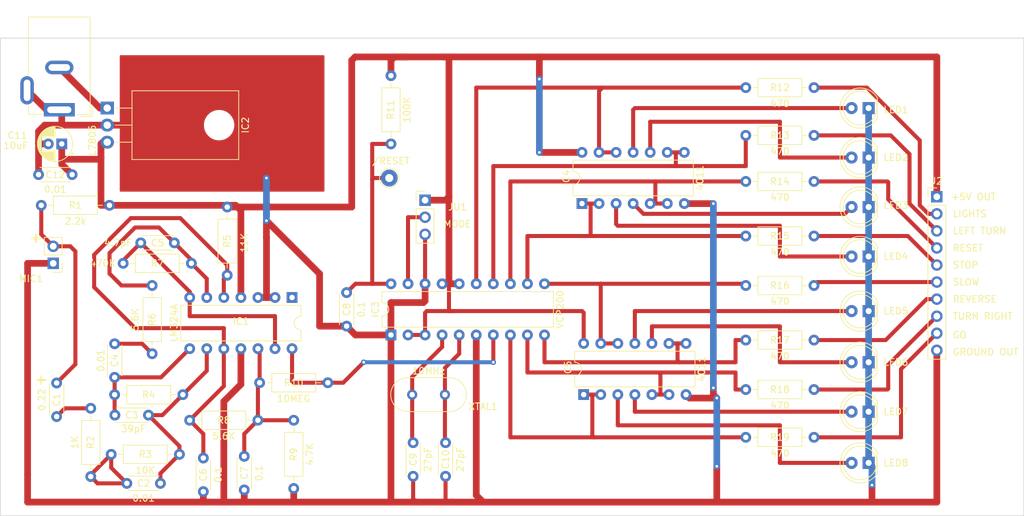
<source format=kicad_pcb>
(kicad_pcb (version 20211014) (generator pcbnew)
  (layers (0 "F.Cu" signal) (31 "B.Cu" signal) (34 "B.Paste" user) (35 "F.Paste" user) (36 "B.SilkS" user "B.Silkscreen") (37 "F.SilkS" user "F.Silkscreen") (38 "B.Mask" user) (39 "F.Mask" user) (44 "Edge.Cuts" user))
  (net 0 "")
  (net 1 "Net-(MIC1-Pad2)")
  (net 2 "Net-(C1-Pad2)")
  (net 3 "Net-(R2-Pad2)")
  (net 4 "Net-(IC1-Pad9)")
  (net 5 "Net-(IC1-Pad8)")
  (net 6 "Net-(C4-Pad2)")
  (net 7 "Net-(IC1-Pad6)")
  (net 8 "Net-(IC1-Pad7)")
  (net 9 "GND")
  (net 10 "Net-(IC1-Pad10)")
  (net 11 "Net-(IC1-Pad12)")
  (net 12 "Net-(C9-Pad2)")
  (net 13 "Net-(C10-Pad2)")
  (net 14 "+5V")
  (net 16 "Net-(IC3-Pad7)")
  (net 17 "/9-12VDC IN")
  (net 18 "Net-(IC4-Pad12)")
  (net 19 "Net-(IC5-Pad1)")
  (net 20 "Net-(IC5-Pad5)")
  (net 21 "Net-(IC5-Pad8)")
  (net 22 "Net-(IC5-Pad12)")
  (net 23 "Net-(IC4-Pad1)")
  (net 24 "Net-(IC4-Pad5)")
  (net 25 "Net-(IC3-Pad19)")
  (net 26 "Net-(IC4-Pad8)")
  (net 27 "/GO{slash}ON-NO")
  (net 28 "/TURN RIGHT{slash}YES-OFF")
  (net 29 "/REVERSE{slash}NOT SURE")
  (net 30 "/SLOW")
  (net 31 "/STOP")
  (net 32 "/TAXI")
  (net 33 "/LEFT TURN")
  (net 34 "/BUCKETS")
  (net 35 "/RESET")
  (net 36 "Net-(IC4-Pad3)")
  (net 37 "Net-(IC4-Pad10)")
  (net 38 "Net-(IC4-Pad4)")
  (net 39 "Net-(IC4-Pad11)")
  (net 40 "Net-(LED8-Pad2)")
  (net 41 "Net-(LED6-Pad2)")
  (net 42 "Net-(LED7-Pad2)")
  (net 43 "Net-(LED5-Pad2)")
  (footprint "Capacitor_THT:C_Disc_D4.3mm_W1.9mm_P5.00mm" (layer "F.Cu") (at 112.522 107.228 -90)
    (fp_text reference "C1")
    (fp_text value "0.22")
  )
  (footprint "Capacitor_THT:C_Disc_D4.3mm_W1.9mm_P5.00mm" (layer "F.Cu") (at 130.048 86.36 180)
    (fp_text reference "C5")
    (fp_text value "4.7pF")
  )
  (footprint "Connector_BarrelJack:BarrelJack_GCT_DCJ200-10-A_Horizontal" (layer "F.Cu") (at 112.918 66.548 180)
    (fp_text reference "J1" hide)
    (fp_text value "Input Power")
  )
  (footprint "LED_THT:LED_D5.0mm" (layer "F.Cu") (at 233.426 111.506 180)
    (fp_text reference "LED7")
    (fp_text value "LED")
  )
  (footprint "Connector_PinHeader_2.54mm:PinHeader_1x02_P2.54mm_Vertical" (layer "F.Cu") (at 112.014 89.413 180)
    (fp_text reference "MIC1")
    (fp_text value "Microphone")
  )
  (footprint "LED_THT:LED_D5.0mm" (layer "F.Cu") (at 233.431 104.14 180)
    (fp_text reference "LED6")
    (fp_text value "LED")
  )
  (footprint "Capacitor_THT:C_Disc_D4.3mm_W1.9mm_P5.00mm" (layer "F.Cu") (at 134.366 123.404 90)
    (fp_text reference "C6")
    (fp_text value "0.1")
  )
  (footprint "Capacitor_THT:C_Disc_D4.3mm_W1.9mm_P5.00mm" (layer "F.Cu") (at 126.198 112.014 180)
    (fp_text reference "C3")
    (fp_text value "39pF")
  )
  (footprint "Resistor_THT:R_Axial_DIN0207_L6.3mm_D2.5mm_P10.16mm_Horizontal" (layer "F.Cu") (at 215.138 63.246)
    (fp_text reference "R12")
    (fp_text value "470")
  )
  (footprint "TestPoint:TestPoint_THTPad_D2.5mm_Drill1.2mm" (layer "F.Cu") (at 162.052 76.708)
    (fp_text reference "/RESET")
    (fp_text value "TestPoint_THTPad_D2.5mm_Drill1.2mm" hide)
  )
  (footprint "Resistor_THT:R_Axial_DIN0207_L6.3mm_D2.5mm_P10.16mm_Horizontal" (layer "F.Cu") (at 126.746 102.87 90)
    (fp_text reference "R6")
    (fp_text value "5.6K")
  )
  (footprint "Resistor_THT:R_Axial_DIN0207_L6.3mm_D2.5mm_P10.16mm_Horizontal" (layer "F.Cu") (at 215.138 77.216)
    (fp_text reference "R14")
    (fp_text value "470")
  )
  (footprint "Resistor_THT:R_Axial_DIN0207_L6.3mm_D2.5mm_P10.16mm_Horizontal" (layer "F.Cu") (at 110.236 80.772)
    (fp_text reference "R1")
    (fp_text value "2.2k")
  )
  (footprint "Capacitor_THT:C_Disc_D4.3mm_W1.9mm_P5.00mm" (layer "F.Cu") (at 170.434 121.118 90)
    (fp_text reference "C10")
    (fp_text value "27pF")
  )
  (footprint "Resistor_THT:R_Axial_DIN0207_L6.3mm_D2.5mm_P10.16mm_Horizontal" (layer "F.Cu") (at 137.922 91.186 90)
    (fp_text reference "R5")
    (fp_text value "11K")
  )
  (footprint "Connector_PinHeader_2.54mm:PinHeader_1x03_P2.54mm_Vertical" (layer "F.Cu") (at 167.386 80.01)
    (fp_text reference "JU1")
    (fp_text value "MODE")
  )
  (footprint "LED_THT:LED_D5.0mm" (layer "F.Cu") (at 233.431 119.126 180)
    (fp_text reference "LED8")
    (fp_text value "LED")
  )
  (footprint "Resistor_THT:R_Axial_DIN0207_L6.3mm_D2.5mm_P10.16mm_Horizontal" (layer "F.Cu") (at 215.138 100.838)
    (fp_text reference "R17")
    (fp_text value "470")
  )
  (footprint "Resistor_THT:R_Axial_DIN0207_L6.3mm_D2.5mm_P10.16mm_Horizontal" (layer "F.Cu") (at 142.748 107.188)
    (fp_text reference "R10")
    (fp_text value "10MEG")
  )
  (footprint "Resistor_THT:R_Axial_DIN0207_L6.3mm_D2.5mm_P10.16mm_Horizontal" (layer "F.Cu") (at 120.65 117.856)
    (fp_text reference "R3")
    (fp_text value "10K")
  )
  (footprint "Connector_PinHeader_2.54mm:PinHeader_1x10_P2.54mm_Vertical" (layer "F.Cu") (at 243.586 79.502)
    (fp_text reference "J2")
    (fp_text value "Output")
  )
  (footprint "Package_TO_SOT_THT:TO-220-3_Horizontal_TabDown" (layer "F.Cu") (at 120.056 66.294 -90)
    (fp_text reference "IC2")
    (fp_text value "L7805")
  )
  (footprint "LED_THT:LED_D5.0mm" (layer "F.Cu") (at 233.431 96.52 180)
    (fp_text reference "LED5")
    (fp_text value "LED")
  )
  (footprint "LED_THT:LED_D5.0mm" (layer "F.Cu") (at 233.431 81.026 180)
    (fp_text reference "LED3")
    (fp_text value "LED")
  )
  (footprint "Package_DIP:DIP-14_W7.62mm" (layer "F.Cu") (at 191.003 108.956 90)
    (fp_text reference "IC5")
    (fp_text value "4011")
  )
  (footprint "Resistor_THT:R_Axial_DIN0207_L6.3mm_D2.5mm_P10.16mm_Horizontal" (layer "F.Cu") (at 215.138 85.344)
    (fp_text reference "R15")
    (fp_text value "470")
  )
  (footprint "Crystal:Crystal_HC49-U_Vertical" (layer "F.Cu") (at 170.344 108.966 180)
    (fp_text reference "XTAL1")
    (fp_text value "10MHz")
  )
  (footprint "LED_THT:LED_D5.0mm" (layer "F.Cu") (at 233.431 88.392 180)
    (fp_text reference "LED4")
    (fp_text value "LED")
  )
  (footprint "LED_THT:LED_D5.0mm" (layer "F.Cu") (at 233.431 66.294 180)
    (fp_text reference "LED1")
    (fp_text value "LED")
  )
  (footprint "Capacitor_THT:CP_Radial_D5.0mm_P2.00mm" (layer "F.Cu") (at 113.284 71.628 180)
    (fp_text reference "C11")
    (fp_text value "10uF")
  )
  (footprint "Resistor_THT:R_Axial_DIN0207_L6.3mm_D2.5mm_P10.16mm_Horizontal" (layer "F.Cu") (at 215.138 92.71)
    (fp_text reference "R16")
    (fp_text value "470")
  )
  (footprint "Resistor_THT:R_Axial_DIN0207_L6.3mm_D2.5mm_P10.16mm_Horizontal" (layer "F.Cu") (at 132.588 89.408 180)
    (fp_text reference "R7")
    (fp_text value "470K")
  )
  (footprint "Resistor_THT:R_Axial_DIN0207_L6.3mm_D2.5mm_P10.16mm_Horizontal" (layer "F.Cu") (at 215.138 70.358)
    (fp_text reference "R13")
    (fp_text value "470")
  )
  (footprint "Package_DIP:DIP-20_W7.62mm" (layer "F.Cu") (at 162.306 100.076 90)
    (fp_text reference "IC3")
    (fp_text value "VCP200")
  )
  (footprint "Capacitor_THT:C_Disc_D4.3mm_W1.9mm_P5.00mm" (layer "F.Cu") (at 109.828887 76.2)
    (fp_text reference "C12")
    (fp_text value "0.01")
  )
  (footprint "Package_DIP:DIP-14_W7.62mm" (layer "F.Cu") (at 190.749 80.508 90)
    (fp_text reference "IC4")
    (fp_text value "4011")
  )
  (footprint "Package_DIP:DIP-14_W7.62mm" (layer "F.Cu") (at 147.579 94.498 -90)
    (fp_text reference "IC1")
    (fp_text value "LM324A")
  )
  (footprint "LED_THT:LED_D5.0mm" (layer "F.Cu") (at 233.431 73.66 180)
    (fp_text reference "LED2")
    (fp_text value "LED")
  )
  (footprint "Resistor_THT:R_Axial_DIN0207_L6.3mm_D2.5mm_P10.16mm_Horizontal" (layer "F.Cu") (at 215.138 115.316)
    (fp_text reference "R19")
    (fp_text value "470")
  )
  (footprint "Resistor_THT:R_Axial_DIN0207_L6.3mm_D2.5mm_P10.16mm_Horizontal" (layer "F.Cu") (at 162.306 71.628 90)
    (fp_text reference "R11")
    (fp_text value "100K")
  )
  (footprint "Resistor_THT:R_Axial_DIN0207_L6.3mm_D2.5mm_P10.16mm_Horizontal" (layer "F.Cu") (at 131.318 108.966 180)
    (fp_text reference "R4")
    (fp_text value "470K")
  )
  (footprint "Capacitor_THT:C_Disc_D4.3mm_W1.9mm_P5.00mm" (layer "F.Cu") (at 140.462 123.15 90)
    (fp_text reference "C7")
    (fp_text value "0.1")
  )
  (footprint "Resistor_THT:R_Axial_DIN0207_L6.3mm_D2.5mm_P10.16mm_Horizontal" (layer "F.Cu") (at 132.334 112.776)
    (fp_text reference "R8")
    (fp_text value "5.6K")
  )
  (footprint "Resistor_THT:R_Axial_DIN0207_L6.3mm_D2.5mm_P10.16mm_Horizontal" (layer "F.Cu") (at 147.828 122.936 90)
    (fp_text reference "R9")
    (fp_text value "4.7K")
  )
  (footprint "Capacitor_THT:C_Disc_D4.3mm_W1.9mm_P5.00mm" (layer "F.Cu") (at 165.608 121.118 90)
    (fp_text reference "C9")
    (fp_text value "27pF")
  )
  (footprint "Capacitor_THT:C_Disc_D4.3mm_W1.9mm_P5.00mm" (layer "F.Cu") (at 121.158 106.386 90)
    (fp_text reference "C4")
    (fp_text value "0.01")
  )
  (footprint "Capacitor_THT:C_Disc_D4.3mm_W1.9mm_P5.00mm" (layer "F.Cu") (at 122.976 122.174)
    (fp_text reference "C2")
    (fp_text value "0.01")
  )
  (footprint "Resistor_THT:R_Axial_DIN0207_L6.3mm_D2.5mm_P10.16mm_Horizontal" (layer "F.Cu") (at 215.138 108.204)
    (fp_text reference "R18")
    (fp_text value "470")
  )
  (footprint "Resistor_THT:R_Axial_DIN0207_L6.3mm_D2.5mm_P10.16mm_Horizontal" (layer "F.Cu") (at 117.602 110.998 -90)
    (fp_text reference "R2")
    (fp_text value "1K")
  )
  (footprint "Capacitor_THT:C_Disc_D4.3mm_W1.9mm_P5.00mm" (layer "F.Cu") (at 155.702 98.766 90)
    (fp_text reference "C8")
    (fp_text value "0.1")
  )
  (gr_rect (start 256.54 55.88) (end 104.14 127) (layer "Edge.Cuts") (width 0.1) (fill none))
  (gr_text "SLOW" (at 245.872 92.202) (layer "F.SilkS") (effects (font (size 1 1)) (justify left)))
  (gr_text "RESET" (at 245.872 87.122) (layer "F.SilkS") (effects (font (size 1 1)) (justify left)))
  (gr_text "+5V OUT" (at 245.618 79.502) (layer "F.SilkS") (effects (font (size 1 1)) (justify left)))
  (gr_text "STOP" (at 245.872 89.662) (layer "F.SilkS") (effects (font (size 1 1)) (justify left)))
  (gr_text "GROUND OUT" (at 245.872 102.616) (layer "F.SilkS") (effects (font (size 1 1)) (justify left)))
  (gr_text "GO" (at 245.872 100.076) (layer "F.SilkS") (effects (font (size 1 1)) (justify left)))
  (gr_text "LEFT TURN" (at 245.872 84.582) (layer "F.SilkS") (effects (font (size 1 1)) (justify left)))
  (gr_text "TURN RIGHT" (at 245.872 97.282) (layer "F.SilkS") (effects (font (size 1 1)) (justify left)))
  (gr_text "REVERSE" (at 245.872 94.742) (layer "F.SilkS") (effects (font (size 1 1)) (justify left)))
  (gr_text "+" (at 110.236 106.68) (layer "F.SilkS") (effects (font (size 1.5 1.5) (thickness 0.3))))
  (gr_text "LIGHTS" (at 245.872 82.042) (layer "F.SilkS") (effects (font (size 1 1)) (justify left)))
  (gr_text "+" (at 109.474 85.598) (layer "F.SilkS") (effects (font (size 1.5 1.5) (thickness 0.3))))
  (segment (start 110.236 85.095) (end 112.014 86.873) (width 0.6) (layer "F.Cu") (net 1))
  (segment (start 114.559 86.873) (end 115.316 87.63) (width 0.6) (layer "F.Cu") (net 1))
  (segment (start 115.316 104.434) (end 112.522 107.228) (width 0.6) (layer "F.Cu") (net 1))
  (segment (start 112.014 86.873) (end 114.559 86.873) (width 0.6) (layer "F.Cu") (net 1))
  (segment (start 115.316 87.63) (end 115.316 104.434) (width 0.6) (layer "F.Cu") (net 1))
  (segment (start 110.236 80.772) (end 110.236 85.095) (width 0.6) (layer "F.Cu") (net 1))
  (segment (start 117.602 110.998) (end 113.752 110.998) (width 0.6) (layer "F.Cu") (net 2))
  (segment (start 113.752 110.998) (end 112.522 112.228) (width 0.6) (layer "F.Cu") (net 2))
  (segment (start 120.65 117.856) (end 120.65 119.848) (width 0.6) (layer "F.Cu") (net 3))
  (segment (start 118.618 122.174) (end 117.602 121.158) (width 0.6) (layer "F.Cu") (net 3))
  (segment (start 120.65 119.848) (end 122.976 122.174) (width 0.6) (layer "F.Cu") (net 3))
  (segment (start 117.602 120.904) (end 120.65 117.856) (width 0.6) (layer "F.Cu") (net 3))
  (segment (start 122.976 122.174) (end 118.618 122.174) (width 0.6) (layer "F.Cu") (net 3))
  (segment (start 117.602 121.158) (end 117.602 120.904) (width 0.6) (layer "F.Cu") (net 3))
  (segment (start 127.976 120.69) (end 130.81 117.856) (width 0.6) (layer "F.Cu") (net 4))
  (segment (start 134.879 105.405) (end 131.318 108.966) (width 0.6) (layer "F.Cu") (net 4))
  (segment (start 130.81 116.626) (end 126.198 112.014) (width 0.6) (layer "F.Cu") (net 4))
  (segment (start 134.879 102.118) (end 134.879 105.405) (width 0.6) (layer "F.Cu") (net 4))
  (segment (start 130.81 117.856) (end 130.81 116.626) (width 0.6) (layer "F.Cu") (net 4))
  (segment (start 127.976 122.174) (end 127.976 120.69) (width 0.6) (layer "F.Cu") (net 4))
  (segment (start 128.27 112.014) (end 131.318 108.966) (width 0.6) (layer "F.Cu") (net 4))
  (segment (start 126.198 112.014) (end 128.27 112.014) (width 0.6) (layer "F.Cu") (net 4))
  (segment (start 121.158 111.974) (end 121.198 112.014) (width 0.6) (layer "F.Cu") (net 5))
  (segment (start 128.071 106.386) (end 132.339 102.118) (width 0.6) (layer "F.Cu") (net 5))
  (segment (start 121.158 106.386) (end 128.071 106.386) (width 0.6) (layer "F.Cu") (net 5))
  (segment (start 121.158 106.386) (end 121.158 108.966) (width 0.6) (layer "F.Cu") (net 5))
  (segment (start 121.158 108.966) (end 121.158 111.974) (width 0.6) (layer "F.Cu") (net 5))
  (segment (start 121.158 101.386) (end 125.262 101.386) (width 0.6) (layer "F.Cu") (net 6))
  (segment (start 125.262 101.386) (end 126.746 102.87) (width 0.6) (layer "F.Cu") (net 6))
  (segment (start 126.746 92.71) (end 122.174 92.71) (width 0.6) (layer "F.Cu") (net 7))
  (segment (start 134.879 94.498) (end 134.879 91.699) (width 0.6) (layer "F.Cu") (net 7))
  (segment (start 127.762 84.074) (end 130.048 86.36) (width 0.6) (layer "F.Cu") (net 7))
  (segment (start 134.879 91.699) (end 132.588 89.408) (width 0.6) (layer "F.Cu") (net 7))
  (segment (start 122.174 92.71) (end 120.396 90.932) (width 0.6) (layer "F.Cu") (net 7))
  (segment (start 132.588 88.9) (end 130.048 86.36) (width 0.6) (layer "F.Cu") (net 7))
  (segment (start 124.206 84.074) (end 127.762 84.074) (width 0.6) (layer "F.Cu") (net 7))
  (segment (start 132.588 89.408) (end 132.588 88.9) (width 0.6) (layer "F.Cu") (net 7))
  (segment (start 120.396 90.932) (end 120.396 87.884) (width 0.6) (layer "F.Cu") (net 7))
  (segment (start 120.396 87.884) (end 124.206 84.074) (width 0.6) (layer "F.Cu") (net 7))
  (segment (start 145.039 97.287) (end 145.039 102.118) (width 0.6) (layer "F.Cu") (net 8))
  (segment (start 125.048 86.36) (end 132.339 93.651) (width 0.6) (layer "F.Cu") (net 8))
  (segment (start 122.428 89.408) (end 122.428 88.98) (width 0.6) (layer "F.Cu") (net 8))
  (segment (start 122.428 88.98) (end 125.048 86.36) (width 0.6) (layer "F.Cu") (net 8))
  (segment (start 132.339 93.651) (end 132.339 94.498) (width 0.6) (layer "F.Cu") (net 8))
  (segment (start 132.339 97.277) (end 145.029 97.277) (width 0.6) (layer "F.Cu") (net 8))
  (segment (start 145.029 97.277) (end 145.039 97.287) (width 0.6) (layer "F.Cu") (net 8))
  (segment (start 132.339 94.498) (end 132.339 97.277) (width 0.6) (layer "F.Cu") (net 8))
  (segment (start 157.012 100.076) (end 155.702 98.766) (width 1) (layer "F.Cu") (net 9))
  (segment (start 162.306 100.076) (end 162.306 95.25) (width 1) (layer "F.Cu") (net 9))
  (segment (start 151.678 90.972) (end 151.678 98.766) (width 1) (layer "F.Cu") (net 9))
  (segment (start 210.82 109.474) (end 206.761 109.474) (width 1) (layer "F.Cu") (net 9))
  (segment (start 165.608 124.46) (end 166.111 124.963) (width 0.6) (layer "F.Cu") (net 9))
  (segment (start 162.306 124.714) (end 162.057 124.963) (width 1) (layer "F.Cu") (net 9))
  (segment (start 112.918 66.548) (end 111.018 66.548) (width 1) (layer "F.Cu") (net 9))
  (segment (start 176.022 124.968) (end 210.82 124.968) (width 1) (layer "F.Cu") (net 9))
  (segment (start 205.999 80.518) (end 205.989 80.508) (width 1) (layer "F.Cu") (net 9))
  (segment (start 170.434 121.118) (end 170.434 124.714) (width 0.6) (layer "F.Cu") (net 9))
  (segment (start 143.774 85.588) (end 143.764 85.578) (width 1) (layer "F.Cu") (net 9))
  (segment (start 210.82 109.474) (end 210.312 108.966) (width 1) (layer "F.Cu") (net 9))
  (segment (start 110.744 68.834) (end 113.284 68.834) (width 1) (layer "F.Cu") (net 9))
  (segment (start 170.683 124.963) (end 171.455 124.963) (width 1) (layer "F.Cu") (net 9))
  (segment (start 167.386 94.996) (end 167.386 92.456) (width 1) (layer "F.Cu") (net 9))
  (segment (start 108.199 89.413) (end 108.199 120.899) (width 1) (layer "F.Cu") (net 9))
  (segment (start 170.434 124.714) (end 170.683 124.963) (width 0.6) (layer "F.Cu") (net 9))
  (segment (start 137.419 109.977) (end 137.419 124.963) (width 1) (layer "F.Cu") (net 9))
  (segment (start 140.462 124.714) (end 140.711 124.963) (width 1) (layer "F.Cu") (net 9))
  (segment (start 108.199 124.963) (end 134.107 124.963) (width 1) (layer "F.Cu") (net 9))
  (segment (start 147.828 124.714) (end 148.077 124.963) (width 1) (layer "F.Cu") (net 9))
  (segment (start 171.46 124.968) (end 176.022 124.968) (width 1) (layer "F.Cu") (net 9))
  (segment (start 148.077 124.963) (end 162.057 124.963) (width 1) (layer "F.Cu") (net 9))
  (segment (start 171.455 124.963) (end 171.46 124.968) (width 1) (layer "F.Cu") (net 9))
  (segment (start 111.284 71.628) (end 109.929774 71.628) (width 1) (layer "F.Cu") (net 9))
  (segment (start 162.057 124.963) (end 166.111 124.963) (width 1) (layer "F.Cu") (net 9))
  (segment (start 109.828887 71.527113) (end 109.828887 69.749113) (width 1) (layer "F.Cu") (net 9))
  (segment (start 175.006 123.952) (end 175.006 100.076) (width 1) (layer "F.Cu") (net 9))
  (segment (start 108.199 120.899) (end 108.199 124.963) (width 1) (layer "F.Cu") (net 9))
  (segment (start 143.764 85.578) (end 143.764 83.058) (width 1) (layer "F.Cu") (net 9))
  (segment (start 113.284 68.834) (end 113.284 66.914) (width 1) (layer "F.Cu") (net 9))
  (segment (start 167.386 85.09) (end 167.386 92.456) (width 0.6) (layer "F.Cu") (net 9))
  (segment (start 147.828 122.936) (end 147.828 124.714) (width 1) (layer "F.Cu") (net 9))
  (segment (start 233.934 124.968) (end 243.586 124.968) (width 1) (layer "F.Cu") (net 9))
  (segment (start 112.014 89.413) (end 108.199 89.413) (width 1) (layer "F.Cu") (net 9))
  (segment (start 206.761 109.474) (end 206.243 108.956) (width 1) (layer "F.Cu") (net 9))
  (segment (start 162.306 95.25) (end 167.132 95.25) (width 1) (layer "F.Cu") (net 9))
  (segment (start 210.312 80.518) (end 205.999 80.518) (width 1) (layer "F.Cu") (net 9))
  (segment (start 210.312 108.966) (end 210.312 107.95) (width 1) (layer "F.Cu") (net 9))
  (segment (start 143.774 94.498) (end 143.774 85.588) (width 1) (layer "F.Cu") (net 9))
  (segment (start 134.107 124.963) (end 137.419 124.963) (width 1) (layer "F.Cu") (net 9))
  (segment (start 140.462 123.15) (end 140.462 124.714) (width 1) (layer "F.Cu") (net 9))
  (segment (start 139.959 107.437) (end 137.419 109.977) (width 1) (layer "F.Cu") (net 9))
  (segment (start 176.022 124.968) (end 175.006 123.952) (width 1) (layer "F.Cu") (net 9))
  (segment (start 109.828887 76.2) (end 109.828887 71.527113) (width 1) (layer "F.Cu") (net 9))
  (segment (start 143.764 83.058) (end 151.678 90.972) (width 1) (layer "F.Cu") (net 9))
  (segment (start 210.82 124.968) (end 233.934 124.968) (width 1) (layer "F.Cu") (net 9))
  (segment (start 113.284 68.834) (end 120.056 68.834) (width 1) (layer "F.Cu") (net 9))
  (segment (start 166.111 124.963) (end 170.683 124.963) (width 1) (layer "F.Cu") (net 9))
  (segment (start 143.774 94.498) (end 142.499 94.498) (width 1) (layer "F.Cu") (net 9))
  (segment (start 139.959 102.118) (end 139.959 107.437) (width 1) (layer "F.Cu") (net 9))
  (segment (start 165.608 121.118) (end 165.608 124.46) (width 0.6) (layer "F.Cu") (net 9))
  (segment (start 233.934 124.968) (end 233.934 122.428) (width 1) (layer "F.Cu") (net 9))
  (segment (start 134.366 123.404) (end 134.366 124.704) (width 1) (layer "F.Cu") (net 9))
  (segment (start 243.586 124.968) (end 243.586 102.367) (width 1) (layer "F.Cu") (net 9))
  (segment (start 167.132 95.25) (end 167.386 94.996) (width 1) (layer "F.Cu") (net 9))
  (segment (start 134.366 124.704) (end 134.107 124.963) (width 1) (layer "F.Cu") (net 9))
  (segment (start 151.678 98.766) (end 155.702 98.766) (width 1) (layer "F.Cu") (net 9))
  (segment (start 145.039 94.498) (end 143.774 94.498) (width 1) (layer "F.Cu") (net 9))
  (segment (start 162.306 100.076) (end 162.306 124.714) (width 1) (layer "F.Cu") (net 9))
  (segment (start 210.82 124.968) (end 210.82 119.634) (width 1) (layer "F.Cu") (net 9))
  (segment (start 162.306 100.076) (end 157.012 100.076) (width 1) (layer "F.Cu") (net 9))
  (segment (start 109.929774 71.628) (end 109.828887 71.527113) (width 1) (layer "F.Cu") (net 9))
  (segment (start 113.284 66.914) (end 112.918 66.548) (width 1) (layer "F.Cu") (net 9))
  (segment (start 111.018 66.548) (end 108.118 63.648) (width 1) (layer "F.Cu") (net 9))
  (segment (start 140.711 124.963) (end 148.077 124.963) (width 1) (layer "F.Cu") (net 9))
  (segment (start 120.056 68.834) (end 127.762 68.834) (width 1) (layer "F.Cu") (net 9))
  (segment (start 109.828887 69.749113) (end 110.744 68.834) (width 1) (layer "F.Cu") (net 9))
  (segment (start 137.419 124.963) (end 140.711 124.963) (width 1) (layer "F.Cu") (net 9))
  (via (at 210.312 107.95) (size 0.8) (drill 0.4) (layers "F.Cu" "B.Cu") (net 9))
  (via (at 210.82 119.634) (size 0.8) (drill 0.4) (layers "F.Cu" "B.Cu") (net 9))
  (via (at 210.312 80.518) (size 0.8) (drill 0.4) (layers "F.Cu" "B.Cu") (net 9))
  (via (at 210.82 109.474) (size 0.8) (drill 0.4) (layers "F.Cu" "B.Cu") (net 9))
  (via (at 143.764 76.708) (size 0.8) (drill 0.4) (layers "F.Cu" "B.Cu") (net 9))
  (via (at 233.934 122.428) (size 0.8) (drill 0.4) (layers "F.Cu" "B.Cu") (net 9))
  (via (at 143.764 83.058) (size 0.8) (drill 0.4) (layers "F.Cu" "B.Cu") (net 9))
  (segment (start 233.431 104.14) (end 233.431 96.52) (width 1) (layer "B.Cu") (net 9))
  (segment (start 233.934 122.428) (end 233.934 119.629) (width 1) (layer "B.Cu") (net 9))
  (segment (start 233.431 111.511) (end 233.426 111.506) (width 1) (layer "B.Cu") (net 9))
  (segment (start 143.764 82.296) (end 143.764 80.518) (width 1) (layer "B.Cu") (net 9))
  (segment (start 143.764 83.058) (end 143.764 80.518) (width 1) (layer "B.Cu") (net 9))
  (segment (start 233.431 88.392) (end 233.431 81.026) (width 1) (layer "B.Cu") (net 9))
  (segment (start 233.431 81.026) (end 233.431 73.66) (width 1) (layer "B.Cu") (net 9))
  (segment (start 233.431 119.126) (end 233.431 111.511) (width 1) (layer "B.Cu") (net 9))
  (segment (start 210.312 107.95) (end 210.312 80.518) (width 1) (layer "B.Cu") (net 9))
  (segment (start 210.82 119.634) (end 210.82 109.474) (width 1) (layer "B.Cu") (net 9))
  (segment (start 233.431 96.52) (end 233.431 88.392) (width 1) (layer "B.Cu") (net 9))
  (segment (start 233.426 111.506) (end 233.426 104.145) (width 1) (layer "B.Cu") (net 9))
  (segment (start 143.764 80.518) (end 143.764 76.708) (width 1) (layer "B.Cu") (net 9))
  (segment (start 233.426 104.145) (end 233.431 104.14) (width 1) (layer "B.Cu") (net 9))
  (segment (start 233.934 119.629) (end 233.431 119.126) (width 1) (layer "B.Cu") (net 9))
  (segment (start 233.431 73.66) (end 233.431 66.294) (width 1) (layer "B.Cu") (net 9))
  (segment (start 130.937 82.677) (end 137.922 89.662) (width 0.6) (layer "F.Cu") (net 10))
  (segment (start 132.334 112.776) (end 137.419 107.691) (width 0.6) (layer "F.Cu") (net 10))
  (segment (start 137.419 107.691) (end 137.419 102.118) (width 0.6) (layer "F.Cu") (net 10))
  (segment (start 137.419 91.689) (end 137.922 91.186) (width 0.6) (layer "F.Cu") (net 10))
  (segment (start 118.11 92.964) (end 118.11 88.138) (width 0.6) (layer "F.Cu") (net 10))
  (segment (start 118.11 88.138) (end 123.571 82.677) (width 0.6) (layer "F.Cu") (net 10))
  (segment (start 137.419 94.498) (end 137.419 91.689) (width 0.6) (layer "F.Cu") (net 10))
  (segment (start 137.419 99.065) (end 137.414 99.06) (width 0.6) (layer "F.Cu") (net 10))
  (segment (start 134.366 118.404) (end 134.366 114.808) (width 0.6) (layer "F.Cu") (net 10))
  (segment (start 137.922 89.662) (end 137.922 91.186) (width 0.6) (layer "F.Cu") (net 10))
  (segment (start 123.571 82.677) (end 130.937 82.677) (width 0.6) (layer "F.Cu") (net 10))
  (segment (start 137.414 99.06) (end 124.206 99.06) (width 0.6) (layer "F.Cu") (net 10))
  (segment (start 137.419 102.118) (end 137.419 99.065) (width 0.6) (layer "F.Cu") (net 10))
  (segment (start 124.206 99.06) (end 118.11 92.964) (width 0.6) (layer "F.Cu") (net 10))
  (segment (start 134.366 114.808) (end 132.334 112.776) (width 0.6) (layer "F.Cu") (net 10))
  (segment (start 142.748 107.188) (end 142.748 102.367) (width 0.6) (layer "F.Cu") (net 11))
  (segment (start 140.462 118.15) (end 140.462 114.808) (width 0.6) (layer "F.Cu") (net 11))
  (segment (start 142.748 102.367) (end 142.499 102.118) (width 0.6) (layer "F.Cu") (net 11))
  (segment (start 147.828 112.776) (end 142.494 112.776) (width 0.6) (layer "F.Cu") (net 11))
  (segment (start 142.494 112.776) (end 142.494 107.442) (width 0.6) (layer "F.Cu") (net 11))
  (segment (start 140.462 114.808) (end 142.494 112.776) (width 0.6) (layer "F.Cu") (net 11))
  (segment (start 142.494 107.442) (end 142.748 107.188) (width 0.6) (layer "F.Cu") (net 11))
  (segment (start 165.464 106.316) (end 169.926 101.854) (width 0.6) (layer "F.Cu") (net 12))
  (segment (start 165.464 115.974) (end 165.608 116.118) (width 0.6) (layer "F.Cu") (net 12))
  (segment (start 165.464 108.966) (end 165.464 106.316) (width 0.6) (layer "F.Cu") (net 12))
  (segment (start 165.464 108.966) (end 165.464 115.974) (width 0.6) (layer "F.Cu") (net 12))
  (segment (start 169.926 101.854) (end 169.926 100.076) (width 0.6) (layer "F.Cu") (net 12))
  (segment (start 170.344 108.966) (end 170.344 116.028) (width 0.6) (layer "F.Cu") (net 13))
  (segment (start 170.344 116.028) (end 170.434 116.118) (width 0.6) (layer "F.Cu") (net 13))
  (segment (start 170.344 104.992) (end 172.466 102.87) (width 0.6) (layer "F.Cu") (net 13))
  (segment (start 170.344 108.966) (end 170.344 104.992) (width 0.6) (layer "F.Cu") (net 13))
  (segment (start 172.466 102.87) (end 172.466 100.076) (width 0.6) (layer "F.Cu") (net 13))
  (segment (start 170.18 58.674) (end 164.592 58.674) (width 1) (layer "F.Cu") (net 14))
  (segment (start 184.404 58.674) (end 243.586 58.674) (width 1) (layer "F.Cu") (net 14))
  (segment (start 120.396 80.772) (end 119.126 80.772) (width 1) (layer "F.Cu") (net 14))
  (segment (start 162.306 61.468) (end 162.306 59.182) (width 1) (layer "F.Cu") (net 14))
  (segment (start 184.404 58.674) (end 184.404 61.976) (width 1) (layer "F.Cu") (net 14))
  (segment (start 113.284 71.628) (end 113.284 73.914) (width 1) (layer "F.Cu") (net 14))
  (segment (start 170.942 96.52) (end 171.704 96.52) (width 0.6) (layer "F.Cu") (net 14))
  (segment (start 162.306 59.182) (end 162.814 58.674) (width 1) (layer "F.Cu") (net 14))
  (segment (start 190.754 96.52) (end 191.003 96.769) (width 0.6) (layer "F.Cu") (net 14))
  (segment (start 170.942 79.502) (end 170.942 58.674) (width 1) (layer "F.Cu") (net 14))
  (segment (start 184.404 72.898) (end 190.739 72.898) (width 1) (layer "F.Cu") (net 14))
  (segment (start 171.704 96.52) (end 190.754 96.52) (width 0.6) (layer "F.Cu") (net 14))
  (segment (start 156.464 81.026) (end 156.464 59.182) (width 1) (layer "F.Cu") (net 14))
  (segment (start 170.942 92.456) (end 172.466 92.456) (width 1) (layer "F.Cu") (net 14))
  (segment (start 119.126 71.628) (end 119.38 71.374) (width 1) (layer "F.Cu") (net 14))
  (segment (start 191.003 96.769) (end 191.003 101.336) (width 0.6) (layer "F.Cu") (net 14))
  (segment (start 170.942 92.456) (end 170.942 79.502) (width 1) (layer "F.Cu") (net 14))
  (segment (start 167.64 96.52) (end 167.386 96.774) (width 0.6) (layer "F.Cu") (net 14))
  (segment (start 139.959 81.539) (end 139.959 94.498) (width 1) (layer "F.Cu") (net 14))
  (segment (start 164.592 58.674) (end 162.814 58.674) (width 1) (layer "F.Cu") (net 14))
  (segment (start 170.942 58.674) (end 170.18 58.674) (width 1) (layer "F.Cu") (net 14))
  (segment (start 119.38 71.374) (end 120.056 71.374) (width 1) (layer "F.Cu") (net 14))
  (segment (start 120.396 80.772) (end 139.192 80.772) (width 1) (layer "F.Cu") (net 14))
  (segment (start 113.284 74.655113) (end 114.828887 76.2) (width 1) (layer "F.Cu") (net 14))
  (segment (start 169.926 92.456) (end 170.942 92.456) (width 1) (layer "F.Cu") (net 14))
  (segment (start 119.126 80.772) (end 119.126 73.66) (width 1) (layer "F.Cu") (net 14))
  (segment (start 156.464 59.182) (end 156.972 58.674) (width 1) (layer "F.Cu") (net 14))
  (segment (start 113.284 73.914) (end 118.872 73.914) (width 1) (layer "F.Cu") (net 14))
  (segment (start 167.386 80.01) (end 170.434 80.01) (width 1) (layer "F.Cu") (net 14))
  (segment (start 243.586 58.674) (end 243.586 79.507) (width 1) (layer "F.Cu") (net 14))
  (segment (start 139.192 80.772) (end 139.959 81.539) (width 1) (layer "F.Cu") (net 14))
  (segment (start 113.284 73.914) (end 113.284 74.655113) (width 1) (layer "F.Cu") (net 14))
  (segment (start 170.942 96.52) (end 170.942 92.456) (width 0.6) (layer "F.Cu") (net 14))
  (segment (start 137.922 81.026) (end 156.464 81.026) (width 1) (layer "F.Cu") (net 14))
  (segment (start 164.846 100.076) (end 167.386 100.076) (width 0.6) (layer "F.Cu") (net 14))
  (segment (start 190.739 72.898) (end 190.749 72.888) (width 1) (layer "F.Cu") (net 14))
  (segment (start 118.872 73.914) (end 119.126 73.66) (width 1) (layer "F.Cu") (net 14))
  (segment (start 170.434 80.01) (end 170.942 79.502) (width 1) (layer "F.Cu") (net 14))
  (segment (start 119.126 73.66) (end 119.126 71.628) (width 1) (layer "F.Cu") (net 14))
  (segment (start 167.386 100.076) (end 167.386 96.774) (width 0.6) (layer "F.Cu") (net 14))
  (segment (start 171.704 96.52) (end 167.64 96.52) (width 0.6) (layer "F.Cu") (net 14))
  (segment (start 156.972 58.674) (end 164.592 58.674) (width 1) (layer "F.Cu") (net 14))
  (segment (start 170.18 58.674) (end 184.404 58.674) (width 1) (layer "F.Cu") (net 14))
  (via (at 184.404 72.898) (size 0.8) (drill 0.4) (layers "F.Cu" "B.Cu") (net 14))
  (via (at 184.404 61.976) (size 0.8) (drill 0.4) (layers "F.Cu" "B.Cu") (net 14))
  (segment (start 184.404 61.976) (end 184.404 72.898) (width 1) (layer "B.Cu") (net 14))
  (segment (start 152.908 107.188) (end 155.194 107.188) (width 0.6) (layer "F.Cu") (net 16))
  (segment (start 147.828 107.188) (end 152.908 107.188) (width 0.6) (layer "F.Cu") (net 16))
  (segment (start 147.579 106.939) (end 147.828 107.188) (width 0.6) (layer "F.Cu") (net 16))
  (segment (start 155.194 107.188) (end 158.242 104.14) (width 0.6) (layer "F.Cu") (net 16))
  (segment (start 177.546 100.076) (end 177.546 104.14) (width 0.6) (layer "F.Cu") (net 16))
  (segment (start 147.579 102.118) (end 147.579 106.939) (width 0.6) (layer "F.Cu") (net 16))
  (via (at 158.242 104.14) (size 0.8) (drill 0.4) (layers "F.Cu" "B.Cu") (net 16))
  (via (at 177.546 104.14) (size 0.8) (drill 0.4) (layers "F.Cu" "B.Cu") (net 16))
  (segment (start 158.242 104.14) (end 177.546 104.14) (width 0.6) (layer "B.Cu") (net 16))
  (segment (start 120.056 66.294) (end 118.964 66.294) (width 1) (layer "F.Cu") (net 17))
  (segment (start 118.964 66.294) (end 112.918 60.248) (width 1) (layer "F.Cu") (net 17))
  (segment (start 193.289 63.759) (end 193.289 72.888) (width 0.6) (layer "F.Cu") (net 18))
  (segment (start 195.829 72.888) (end 193.289 72.888) (width 0.6) (layer "F.Cu") (net 18))
  (segment (start 193.802 63.246) (end 215.392 63.246) (width 0.6) (layer "F.Cu") (net 18))
  (segment (start 175.006 92.456) (end 175.006 63.246) (width 0.6) (layer "F.Cu") (net 18))
  (segment (start 193.802 63.246) (end 193.289 63.759) (width 0.6) (layer "F.Cu") (net 18))
  (segment (start 175.006 63.246) (end 193.802 63.246) (width 0.6) (layer "F.Cu") (net 18))
  (segment (start 192.288 108.956) (end 191.003 108.956) (width 0.6) (layer "F.Cu") (net 19))
  (segment (start 192.288 108.956) (end 192.288 115.072) (width 0.6) (layer "F.Cu") (net 19))
  (segment (start 193.543 108.956) (end 192.288 108.956) (width 0.6) (layer "F.Cu") (net 19))
  (segment (start 180.086 115.316) (end 192.532 115.316) (width 0.6) (layer "F.Cu") (net 19))
  (segment (start 192.288 115.072) (end 192.532 115.316) (width 0.6) (layer "F.Cu") (net 19))
  (segment (start 215.138 115.316) (end 192.532 115.316) (width 0.6) (layer "F.Cu") (net 19))
  (segment (start 180.086 100.076) (end 180.086 115.316) (width 0.6) (layer "F.Cu") (net 19))
  (segment (start 203.703 108.956) (end 202.428 108.956) (width 0.6) (layer "F.Cu") (net 20))
  (segment (start 213.614 108.204) (end 215.138 108.204) (width 0.6) (layer "F.Cu") (net 20))
  (segment (start 182.626 100.076) (end 182.626 105.664) (width 0.6) (layer "F.Cu") (net 20))
  (segment (start 202.428 105.908) (end 202.428 108.956) (width 0.6) (layer "F.Cu") (net 20))
  (segment (start 202.184 105.664) (end 213.614 105.664) (width 0.6) (layer "F.Cu") (net 20))
  (segment (start 182.626 105.664) (end 202.184 105.664) (width 0.6) (layer "F.Cu") (net 20))
  (segment (start 202.428 108.956) (end 201.163 108.956) (width 0.6) (layer "F.Cu") (net 20))
  (segment (start 202.184 105.664) (end 202.428 105.908) (width 0.6) (layer "F.Cu") (net 20))
  (segment (start 213.614 105.664) (end 213.614 108.204) (width 0.6) (layer "F.Cu") (net 20))
  (segment (start 185.166 104.14) (end 205.232 104.14) (width 0.6) (layer "F.Cu") (net 21))
  (segment (start 215.138 100.838) (end 213.614 100.838) (width 0.6) (layer "F.Cu") (net 21))
  (segment (start 213.614 104.14) (end 205.232 104.14) (width 0.6) (layer "F.Cu") (net 21))
  (segment (start 204.978 101.346) (end 204.978 103.886) (width 0.6) (layer "F.Cu") (net 21))
  (segment (start 204.988 101.336) (end 206.243 101.336) (width 0.6) (layer "F.Cu") (net 21))
  (segment (start 213.614 100.838) (end 213.614 104.14) (width 0.6) (layer "F.Cu") (net 21))
  (segment (start 204.978 103.886) (end 205.232 104.14) (width 0.6) (layer "F.Cu") (net 21))
  (segment (start 203.703 101.336) (end 204.988 101.336) (width 0.6) (layer "F.Cu") (net 21))
  (segment (start 204.988 101.336) (end 204.978 101.346) (width 0.6) (layer "F.Cu") (net 21))
  (segment (start 185.166 100.076) (end 185.166 104.14) (width 0.6) (layer "F.Cu") (net 21))
  (segment (start 193.543 101.336) (end 193.543 92.461) (width 0.6) (layer "F.Cu") (net 22))
  (segment (start 193.543 101.336) (end 196.083 101.336) (width 0.6) (layer "F.Cu") (net 22))
  (segment (start 193.548 92.456) (end 215.138 92.456) (width 0.6) (layer "F.Cu") (net 22))
  (segment (start 185.166 92.456) (end 193.548 92.456) (width 0.6) (layer "F.Cu") (net 22))
  (segment (start 215.138 92.456) (end 215.392 92.71) (width 0.6) (layer "F.Cu") (net 22))
  (segment (start 193.543 92.461) (end 193.548 92.456) (width 0.6) (layer "F.Cu") (net 22))
  (segment (start 192.034 85.334) (end 192.024 85.344) (width 0.6) (layer "F.Cu") (net 23))
  (segment (start 192.034 80.508) (end 193.289 80.508) (width 0.6) (layer "F.Cu") (net 23))
  (segment (start 190.749 80.508) (end 192.034 80.508) (width 0.6) (layer "F.Cu") (net 23))
  (segment (start 182.626 92.456) (end 182.626 85.344) (width 0.6) (layer "F.Cu") (net 23))
  (segment (start 182.626 85.344) (end 192.024 85.344) (width 0.6) (layer "F.Cu") (net 23))
  (segment (start 192.034 80.508) (end 192.034 85.334) (width 0.6) (layer "F.Cu") (net 23))
  (segment (start 192.024 85.344) (end 215.392 85.344) (width 0.6) (layer "F.Cu") (net 23))
  (segment (start 200.909 80.508) (end 201.686 80.508) (width 0.6) (layer "F.Cu") (net 24))
  (segment (start 215.392 77.216) (end 201.676 77.216) (width 0.6) (layer "F.Cu") (net 24))
  (segment (start 180.086 92.456) (end 180.086 77.216) (width 0.6) (layer "F.Cu") (net 24))
  (segment (start 201.686 80.508) (end 203.449 80.508) (width 0.6) (layer "F.Cu") (net 24))
  (segment (start 201.676 80.498) (end 201.686 80.508) (width 0.6) (layer "F.Cu") (net 24))
  (segment (start 180.086 77.216) (end 201.676 77.216) (width 0.6) (layer "F.Cu") (net 24))
  (segment (start 201.676 77.216) (end 201.676 80.498) (width 0.6) (layer "F.Cu") (net 24))
  (segment (start 164.846 82.55) (end 164.846 92.456) (width 0.6) (layer "F.Cu") (net 25))
  (segment (start 167.386 82.55) (end 164.846 82.55) (width 0.6) (layer "F.Cu") (net 25))
  (segment (start 177.546 74.93) (end 203.962 74.93) (width 0.6) (layer "F.Cu") (net 26))
  (segment (start 215.138 74.93) (end 204.724 74.93) (width 0.6) (layer "F.Cu") (net 26))
  (segment (start 203.449 72.888) (end 204.968 72.888) (width 0.6) (layer "F.Cu") (net 26))
  (segment (start 204.968 72.888) (end 205.989 72.888) (width 0.6) (layer "F.Cu") (net 26))
  (segment (start 177.546 92.456) (end 177.546 74.93) (width 0.6) (layer "F.Cu") (net 26))
  (segment (start 215.138 70.358) (end 215.138 74.93) (width 0.6) (layer "F.Cu") (net 26))
  (segment (start 204.724 74.93) (end 204.724 73.132) (width 0.6) (layer "F.Cu") (net 26))
  (segment (start 204.724 74.93) (end 203.962 74.93) (width 0.6) (layer "F.Cu") (net 26))
  (segment (start 238.252 105.156) (end 243.586 99.822) (width 0.6) (layer "F.Cu") (net 27))
  (segment (start 238.252 115.316) (end 238.252 105.156) (width 0.6) (layer "F.Cu") (net 27))
  (segment (start 225.298 115.316) (end 238.252 115.316) (width 0.6) (layer "F.Cu") (net 27))
  (segment (start 236.347 104.521) (end 243.586 97.282) (width 0.6) (layer "F.Cu") (net 28))
  (segment (start 236.347 108.077) (end 236.347 104.521) (width 0.6) (layer "F.Cu") (net 28))
  (segment (start 225.298 108.204) (end 236.22 108.204) (width 0.6) (layer "F.Cu") (net 28))
  (segment (start 236.22 108.204) (end 236.347 108.077) (width 0.6) (layer "F.Cu") (net 28))
  (segment (start 242.062 94.742) (end 235.966 100.838) (width 0.6) (layer "F.Cu") (net 29))
  (segment (start 243.586 94.742) (end 242.062 94.742) (width 0.6) (layer "F.Cu") (net 29))
  (segment (start 235.966 100.838) (end 225.298 100.838) (width 0.6) (layer "F.Cu") (net 29))
  (segment (start 243.586 92.202) (end 225.806 92.202) (width 0.6) (layer "F.Cu") (net 30))
  (segment (start 225.806 92.202) (end 225.298 92.71) (width 0.6) (layer "F.Cu") (net 30))
  (segment (start 243.586 89.662) (end 239.268 85.344) (width 0.6) (layer "F.Cu") (net 31))
  (segment (start 239.268 85.344) (end 225.298 85.344) (width 0.6) (layer "F.Cu") (net 31))
  (segment (start 236.347 77.343) (end 236.347 79.883) (width 0.6) (layer "F.Cu") (net 32))
  (segment (start 225.298 77.216) (end 236.22 77.216) (width 0.6) (layer "F.Cu") (net 32))
  (segment (start 236.22 77.216) (end 236.347 77.343) (width 0.6) (layer "F.Cu") (net 32))
  (segment (start 236.347 79.883) (end 243.586 87.122) (width 0.6) (layer "F.Cu") (net 32))
  (segment (start 236.728 70.358) (end 225.298 70.358) (width 0.6) (layer "F.Cu") (net 33))
  (segment (start 239.522 73.152) (end 236.728 70.358) (width 0.6) (layer "F.Cu") (net 33))
  (segment (start 243.586 84.582) (end 239.522 80.518) (width 0.6) (layer "F.Cu") (net 33))
  (segment (start 239.522 80.518) (end 239.522 73.152) (width 0.6) (layer "F.Cu") (net 33))
  (segment (start 225.298 63.246) (end 233.182022 63.246) (width 0.6) (layer "F.Cu") (net 34))
  (segment (start 241.046 71.109978) (end 241.046 80.772) (width 0.6) (layer "F.Cu") (net 34))
  (segment (start 241.046 80.772) (end 242.316 82.042) (width 0.6) (layer "F.Cu") (net 34))
  (segment (start 233.182022 63.246) (end 241.046 71.109978) (width 0.6) (layer "F.Cu") (net 34))
  (segment (start 242.316 82.042) (end 243.586 82.042) (width 0.6) (layer "F.Cu") (net 34))
  (segment (start 159.512 92.456) (end 157.012 92.456) (width 0.6) (layer "F.Cu") (net 35))
  (segment (start 162.306 71.628) (end 159.512 71.628) (width 0.6) (layer "F.Cu") (net 35))
  (segment (start 162.306 92.456) (end 159.512 92.456) (width 0.6) (layer "F.Cu") (net 35))
  (segment (start 159.766 76.708) (end 162.052 76.708) (width 0.6) (layer "F.Cu") (net 35))
  (segment (start 159.512 71.628) (end 159.512 76.962) (width 0.6) (layer "F.Cu") (net 35))
  (segment (start 157.012 92.456) (end 155.702 93.766) (width 0.6) (layer "F.Cu") (net 35))
  (segment (start 159.512 76.962) (end 159.766 76.708) (width 0.6) (layer "F.Cu") (net 35))
  (segment (start 159.512 76.962) (end 159.512 92.456) (width 0.6) (layer "F.Cu") (net 35))
  (segment (start 220.218 88.392) (end 230.891 88.392) (width 0.6) (layer "F.Cu") (net 36))
  (segment (start 220.218 83.82) (end 220.218 88.392) (width 0.6) (layer "F.Cu") (net 36))
  (segment (start 195.829 83.561) (end 196.088 83.82) (width 0.6) (layer "F.Cu") (net 36))
  (segment (start 196.088 83.82) (end 220.218 83.82) (width 0.6) (layer "F.Cu") (net 36))
  (segment (start 195.829 80.508) (end 195.829 83.561) (width 0.6) (layer "F.Cu") (net 36))
  (segment (start 220.223 68.331) (end 200.909 68.331) (width 0.6) (layer "F.Cu") (net 37))
  (segment (start 230.891 73.66) (end 220.218 73.66) (width 0.6) (layer "F.Cu") (net 37))
  (segment (start 200.909 68.331) (end 200.909 72.888) (width 0.6) (layer "F.Cu") (net 37))
  (segment (start 220.223 73.147) (end 220.223 68.331) (width 0.6) (layer "F.Cu") (net 37))
  (segment (start 220.218 73.66) (end 220.218 73.152) (width 0.6) (layer "F.Cu") (net 37))
  (segment (start 220.218 73.152) (end 220.223 73.147) (width 0.6) (layer "F.Cu") (net 37))
  (segment (start 199.903 82.042) (end 229.875 82.042) (width 0.6) (layer "F.Cu") (net 38))
  (segment (start 229.875 82.042) (end 230.891 81.026) (width 0.6) (layer "F.Cu") (net 38))
  (segment (start 198.369 80.508) (end 199.903 82.042) (width 0.6) (layer "F.Cu") (net 38))
  (segment (start 198.369 66.553) (end 198.628 66.294) (width 0.6) (layer "F.Cu") (net 39))
  (segment (start 198.628 66.294) (end 230.891 66.294) (width 0.6) (layer "F.Cu") (net 39))
  (segment (start 198.369 72.888) (end 198.369 66.553) (width 0.6) (layer "F.Cu") (net 39))
  (segment (start 196.083 113.533) (end 220.213 113.533) (width 0.6) (layer "F.Cu") (net 40))
  (segment (start 220.213 113.533) (end 220.213 119.121) (width 0.6) (layer "F.Cu") (net 40))
  (segment (start 196.083 108.956) (end 196.083 113.533) (width 0.6) (layer "F.Cu") (net 40))
  (segment (start 220.218 119.126) (end 230.891 119.126) (width 0.6) (layer "F.Cu") (net 40))
  (segment (start 220.213 119.121) (end 220.218 119.126) (width 0.6) (layer "F.Cu") (net 40))
  (segment (start 220.218 104.14) (end 230.891 104.14) (width 0.6) (layer "F.Cu") (net 41))
  (segment (start 220.218 98.806) (end 220.218 104.14) (width 0.6) (layer "F.Cu") (net 41))
  (segment (start 201.183 98.791) (end 220.203 98.791) (width 0.6) (layer "F.Cu") (net 41))
  (segment (start 201.163 101.336) (end 201.163 98.811) (width 0.6) (layer "F.Cu") (net 41))
  (segment (start 201.163 98.811) (end 201.183 98.791) (width 0.6) (layer "F.Cu") (net 41))
  (segment (start 220.203 98.791) (end 220.218 98.806) (width 0.6) (layer "F.Cu") (net 41))
  (segment (start 198.623 108.956) (end 198.623 111.501) (width 0.6) (layer "F.Cu") (net 42))
  (segment (start 198.623 111.501) (end 198.628 111.506) (width 0.6) (layer "F.Cu") (net 42))
  (segment (start 198.628 111.506) (end 230.886 111.506) (width 0.6) (layer "F.Cu") (net 42))
  (segment (start 230.891 96.52) (end 198.628 96.52) (width 0.6) (layer "F.Cu") (net 43))
  (segment (start 198.623 101.336) (end 198.623 96.525) (width 0.6) (layer "F.Cu") (net 43))
  (segment (start 198.623 96.525) (end 198.628 96.52) (width 0.6) (layer "F.Cu") (net 43))
  (zone (net 9) (net_name "GND") (layer "F.Cu") (connect_pads (clearance 0.508)) (min_thickness 0.254) (fill yes (thermal_gap 0.508) (thermal_bridge_width 0.508))
    (polygon (pts (xy 152.4 78.74) (xy 121.92 78.74) (xy 121.92 58.42) (xy 152.4 58.42)))
  )
)
</source>
